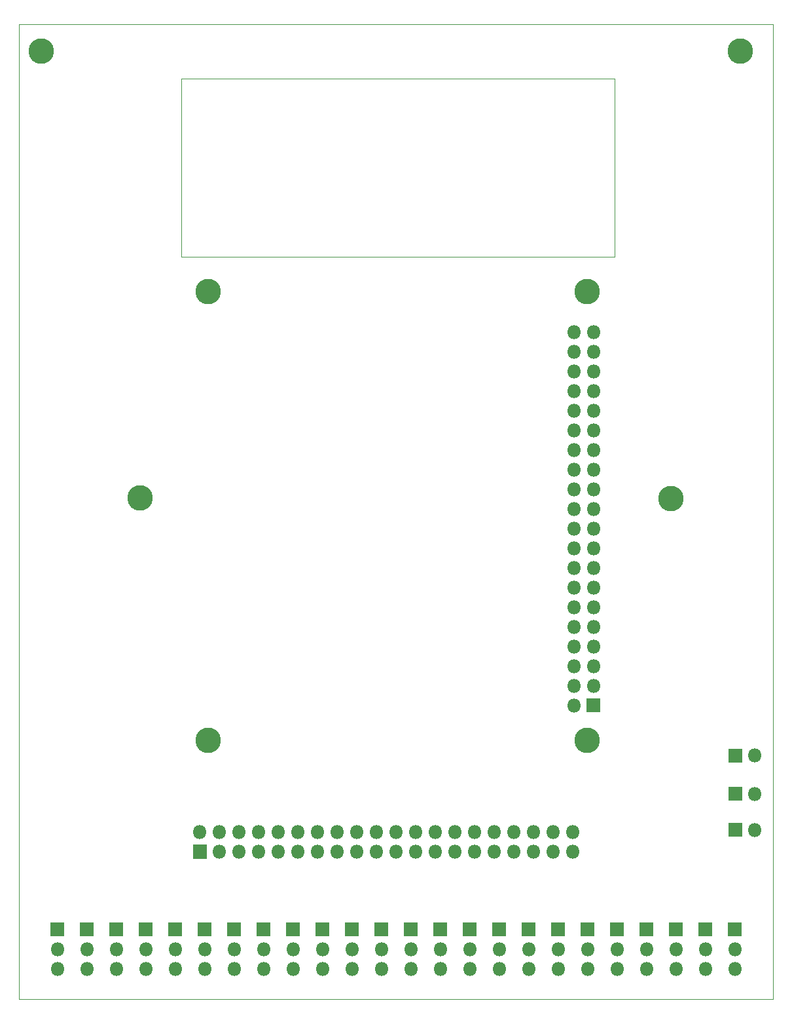
<source format=gts>
G04 #@! TF.GenerationSoftware,KiCad,Pcbnew,5.1.7-a382d34a8~88~ubuntu18.04.1*
G04 #@! TF.CreationDate,2021-11-24T17:02:52+01:00*
G04 #@! TF.ProjectId,DE10-LiteShield,44453130-2d4c-4697-9465-536869656c64,rev?*
G04 #@! TF.SameCoordinates,Original*
G04 #@! TF.FileFunction,Soldermask,Top*
G04 #@! TF.FilePolarity,Negative*
%FSLAX46Y46*%
G04 Gerber Fmt 4.6, Leading zero omitted, Abs format (unit mm)*
G04 Created by KiCad (PCBNEW 5.1.7-a382d34a8~88~ubuntu18.04.1) date 2021-11-24 17:02:52*
%MOMM*%
%LPD*%
G01*
G04 APERTURE LIST*
G04 #@! TA.AperFunction,Profile*
%ADD10C,0.050000*%
G04 #@! TD*
%ADD11C,3.302000*%
%ADD12O,1.802000X1.802000*%
G04 APERTURE END LIST*
D10*
X103000000Y-40000000D02*
X103000000Y-103600000D01*
X103000000Y-40000000D02*
X200500000Y-40000000D01*
X200500000Y-150000000D02*
X200500000Y-166000000D01*
X103000000Y-150000000D02*
X103000000Y-166000000D01*
X103000000Y-135000000D02*
X103000000Y-150000000D01*
X200500000Y-135000000D02*
X200500000Y-150000000D01*
X200500000Y-135000000D02*
X200500000Y-120000000D01*
X103000000Y-120000000D02*
X103000000Y-135000000D01*
X124000000Y-47000000D02*
X124000000Y-70000000D01*
X180000000Y-47000000D02*
X124000000Y-47000000D01*
X180000000Y-70000000D02*
X180000000Y-47000000D01*
X124000000Y-70000000D02*
X180000000Y-70000000D01*
X103000000Y-166000000D02*
X200500000Y-166000000D01*
X103000000Y-103600000D02*
X103000000Y-120000000D01*
X200500000Y-103600000D02*
X200500000Y-120000000D01*
X200500000Y-40000000D02*
X200500000Y-103600000D01*
X103000000Y-40000000D02*
X103000000Y-103600000D01*
X103000000Y-40000000D02*
X200500000Y-40000000D01*
X200500000Y-150000000D02*
X200500000Y-166000000D01*
X103000000Y-150000000D02*
X103000000Y-166000000D01*
X103000000Y-135000000D02*
X103000000Y-150000000D01*
X200500000Y-135000000D02*
X200500000Y-150000000D01*
X200500000Y-135000000D02*
X200500000Y-120000000D01*
X103000000Y-120000000D02*
X103000000Y-135000000D01*
X124000000Y-47000000D02*
X124000000Y-70000000D01*
X180000000Y-47000000D02*
X124000000Y-47000000D01*
X180000000Y-70000000D02*
X180000000Y-47000000D01*
X124000000Y-70000000D02*
X180000000Y-70000000D01*
X103000000Y-166000000D02*
X200500000Y-166000000D01*
X103000000Y-103600000D02*
X103000000Y-120000000D01*
X200500000Y-103600000D02*
X200500000Y-120000000D01*
X200500000Y-40000000D02*
X200500000Y-103600000D01*
D11*
X105910000Y-43430000D03*
X196330000Y-43420000D03*
X187300000Y-101260000D03*
X118660000Y-101190000D03*
X176500000Y-74500000D03*
X127500000Y-74500000D03*
X176500000Y-132500000D03*
X127500000Y-132500000D03*
D12*
X198196000Y-139430000D03*
G36*
G01*
X196506000Y-140331000D02*
X194806000Y-140331000D01*
G75*
G02*
X194755000Y-140280000I0J51000D01*
G01*
X194755000Y-138580000D01*
G75*
G02*
X194806000Y-138529000I51000J0D01*
G01*
X196506000Y-138529000D01*
G75*
G02*
X196557000Y-138580000I0J-51000D01*
G01*
X196557000Y-140280000D01*
G75*
G02*
X196506000Y-140331000I-51000J0D01*
G01*
G37*
X198196000Y-144080000D03*
G36*
G01*
X196506000Y-144981000D02*
X194806000Y-144981000D01*
G75*
G02*
X194755000Y-144930000I0J51000D01*
G01*
X194755000Y-143230000D01*
G75*
G02*
X194806000Y-143179000I51000J0D01*
G01*
X196506000Y-143179000D01*
G75*
G02*
X196557000Y-143230000I0J-51000D01*
G01*
X196557000Y-144930000D01*
G75*
G02*
X196506000Y-144981000I-51000J0D01*
G01*
G37*
X107950000Y-162052000D03*
X107950000Y-159512000D03*
G36*
G01*
X107049000Y-157822000D02*
X107049000Y-156122000D01*
G75*
G02*
X107100000Y-156071000I51000J0D01*
G01*
X108800000Y-156071000D01*
G75*
G02*
X108851000Y-156122000I0J-51000D01*
G01*
X108851000Y-157822000D01*
G75*
G02*
X108800000Y-157873000I-51000J0D01*
G01*
X107100000Y-157873000D01*
G75*
G02*
X107049000Y-157822000I0J51000D01*
G01*
G37*
X195580000Y-162052000D03*
X195580000Y-159512000D03*
G36*
G01*
X194679000Y-157822000D02*
X194679000Y-156122000D01*
G75*
G02*
X194730000Y-156071000I51000J0D01*
G01*
X196430000Y-156071000D01*
G75*
G02*
X196481000Y-156122000I0J-51000D01*
G01*
X196481000Y-157822000D01*
G75*
G02*
X196430000Y-157873000I-51000J0D01*
G01*
X194730000Y-157873000D01*
G75*
G02*
X194679000Y-157822000I0J51000D01*
G01*
G37*
X172720000Y-162052000D03*
X172720000Y-159512000D03*
G36*
G01*
X171819000Y-157822000D02*
X171819000Y-156122000D01*
G75*
G02*
X171870000Y-156071000I51000J0D01*
G01*
X173570000Y-156071000D01*
G75*
G02*
X173621000Y-156122000I0J-51000D01*
G01*
X173621000Y-157822000D01*
G75*
G02*
X173570000Y-157873000I-51000J0D01*
G01*
X171870000Y-157873000D01*
G75*
G02*
X171819000Y-157822000I0J51000D01*
G01*
G37*
X149860000Y-162052000D03*
X149860000Y-159512000D03*
G36*
G01*
X148959000Y-157822000D02*
X148959000Y-156122000D01*
G75*
G02*
X149010000Y-156071000I51000J0D01*
G01*
X150710000Y-156071000D01*
G75*
G02*
X150761000Y-156122000I0J-51000D01*
G01*
X150761000Y-157822000D01*
G75*
G02*
X150710000Y-157873000I-51000J0D01*
G01*
X149010000Y-157873000D01*
G75*
G02*
X148959000Y-157822000I0J51000D01*
G01*
G37*
X111760000Y-162052000D03*
X111760000Y-159512000D03*
G36*
G01*
X110859000Y-157822000D02*
X110859000Y-156122000D01*
G75*
G02*
X110910000Y-156071000I51000J0D01*
G01*
X112610000Y-156071000D01*
G75*
G02*
X112661000Y-156122000I0J-51000D01*
G01*
X112661000Y-157822000D01*
G75*
G02*
X112610000Y-157873000I-51000J0D01*
G01*
X110910000Y-157873000D01*
G75*
G02*
X110859000Y-157822000I0J51000D01*
G01*
G37*
X191770000Y-162052000D03*
X191770000Y-159512000D03*
G36*
G01*
X190869000Y-157822000D02*
X190869000Y-156122000D01*
G75*
G02*
X190920000Y-156071000I51000J0D01*
G01*
X192620000Y-156071000D01*
G75*
G02*
X192671000Y-156122000I0J-51000D01*
G01*
X192671000Y-157822000D01*
G75*
G02*
X192620000Y-157873000I-51000J0D01*
G01*
X190920000Y-157873000D01*
G75*
G02*
X190869000Y-157822000I0J51000D01*
G01*
G37*
X168910000Y-162052000D03*
X168910000Y-159512000D03*
G36*
G01*
X168009000Y-157822000D02*
X168009000Y-156122000D01*
G75*
G02*
X168060000Y-156071000I51000J0D01*
G01*
X169760000Y-156071000D01*
G75*
G02*
X169811000Y-156122000I0J-51000D01*
G01*
X169811000Y-157822000D01*
G75*
G02*
X169760000Y-157873000I-51000J0D01*
G01*
X168060000Y-157873000D01*
G75*
G02*
X168009000Y-157822000I0J51000D01*
G01*
G37*
X146050000Y-162052000D03*
X146050000Y-159512000D03*
G36*
G01*
X145149000Y-157822000D02*
X145149000Y-156122000D01*
G75*
G02*
X145200000Y-156071000I51000J0D01*
G01*
X146900000Y-156071000D01*
G75*
G02*
X146951000Y-156122000I0J-51000D01*
G01*
X146951000Y-157822000D01*
G75*
G02*
X146900000Y-157873000I-51000J0D01*
G01*
X145200000Y-157873000D01*
G75*
G02*
X145149000Y-157822000I0J51000D01*
G01*
G37*
X115570000Y-162052000D03*
X115570000Y-159512000D03*
G36*
G01*
X114669000Y-157822000D02*
X114669000Y-156122000D01*
G75*
G02*
X114720000Y-156071000I51000J0D01*
G01*
X116420000Y-156071000D01*
G75*
G02*
X116471000Y-156122000I0J-51000D01*
G01*
X116471000Y-157822000D01*
G75*
G02*
X116420000Y-157873000I-51000J0D01*
G01*
X114720000Y-157873000D01*
G75*
G02*
X114669000Y-157822000I0J51000D01*
G01*
G37*
X187960000Y-162052000D03*
X187960000Y-159512000D03*
G36*
G01*
X187059000Y-157822000D02*
X187059000Y-156122000D01*
G75*
G02*
X187110000Y-156071000I51000J0D01*
G01*
X188810000Y-156071000D01*
G75*
G02*
X188861000Y-156122000I0J-51000D01*
G01*
X188861000Y-157822000D01*
G75*
G02*
X188810000Y-157873000I-51000J0D01*
G01*
X187110000Y-157873000D01*
G75*
G02*
X187059000Y-157822000I0J51000D01*
G01*
G37*
X165100000Y-162052000D03*
X165100000Y-159512000D03*
G36*
G01*
X164199000Y-157822000D02*
X164199000Y-156122000D01*
G75*
G02*
X164250000Y-156071000I51000J0D01*
G01*
X165950000Y-156071000D01*
G75*
G02*
X166001000Y-156122000I0J-51000D01*
G01*
X166001000Y-157822000D01*
G75*
G02*
X165950000Y-157873000I-51000J0D01*
G01*
X164250000Y-157873000D01*
G75*
G02*
X164199000Y-157822000I0J51000D01*
G01*
G37*
X142240000Y-162052000D03*
X142240000Y-159512000D03*
G36*
G01*
X141339000Y-157822000D02*
X141339000Y-156122000D01*
G75*
G02*
X141390000Y-156071000I51000J0D01*
G01*
X143090000Y-156071000D01*
G75*
G02*
X143141000Y-156122000I0J-51000D01*
G01*
X143141000Y-157822000D01*
G75*
G02*
X143090000Y-157873000I-51000J0D01*
G01*
X141390000Y-157873000D01*
G75*
G02*
X141339000Y-157822000I0J51000D01*
G01*
G37*
X119380000Y-162052000D03*
X119380000Y-159512000D03*
G36*
G01*
X118479000Y-157822000D02*
X118479000Y-156122000D01*
G75*
G02*
X118530000Y-156071000I51000J0D01*
G01*
X120230000Y-156071000D01*
G75*
G02*
X120281000Y-156122000I0J-51000D01*
G01*
X120281000Y-157822000D01*
G75*
G02*
X120230000Y-157873000I-51000J0D01*
G01*
X118530000Y-157873000D01*
G75*
G02*
X118479000Y-157822000I0J51000D01*
G01*
G37*
X184150000Y-162052000D03*
X184150000Y-159512000D03*
G36*
G01*
X183249000Y-157822000D02*
X183249000Y-156122000D01*
G75*
G02*
X183300000Y-156071000I51000J0D01*
G01*
X185000000Y-156071000D01*
G75*
G02*
X185051000Y-156122000I0J-51000D01*
G01*
X185051000Y-157822000D01*
G75*
G02*
X185000000Y-157873000I-51000J0D01*
G01*
X183300000Y-157873000D01*
G75*
G02*
X183249000Y-157822000I0J51000D01*
G01*
G37*
X161290000Y-162052000D03*
X161290000Y-159512000D03*
G36*
G01*
X160389000Y-157822000D02*
X160389000Y-156122000D01*
G75*
G02*
X160440000Y-156071000I51000J0D01*
G01*
X162140000Y-156071000D01*
G75*
G02*
X162191000Y-156122000I0J-51000D01*
G01*
X162191000Y-157822000D01*
G75*
G02*
X162140000Y-157873000I-51000J0D01*
G01*
X160440000Y-157873000D01*
G75*
G02*
X160389000Y-157822000I0J51000D01*
G01*
G37*
X138430000Y-162052000D03*
X138430000Y-159512000D03*
G36*
G01*
X137529000Y-157822000D02*
X137529000Y-156122000D01*
G75*
G02*
X137580000Y-156071000I51000J0D01*
G01*
X139280000Y-156071000D01*
G75*
G02*
X139331000Y-156122000I0J-51000D01*
G01*
X139331000Y-157822000D01*
G75*
G02*
X139280000Y-157873000I-51000J0D01*
G01*
X137580000Y-157873000D01*
G75*
G02*
X137529000Y-157822000I0J51000D01*
G01*
G37*
X123190000Y-162052000D03*
X123190000Y-159512000D03*
G36*
G01*
X122289000Y-157822000D02*
X122289000Y-156122000D01*
G75*
G02*
X122340000Y-156071000I51000J0D01*
G01*
X124040000Y-156071000D01*
G75*
G02*
X124091000Y-156122000I0J-51000D01*
G01*
X124091000Y-157822000D01*
G75*
G02*
X124040000Y-157873000I-51000J0D01*
G01*
X122340000Y-157873000D01*
G75*
G02*
X122289000Y-157822000I0J51000D01*
G01*
G37*
X180340000Y-162052000D03*
X180340000Y-159512000D03*
G36*
G01*
X179439000Y-157822000D02*
X179439000Y-156122000D01*
G75*
G02*
X179490000Y-156071000I51000J0D01*
G01*
X181190000Y-156071000D01*
G75*
G02*
X181241000Y-156122000I0J-51000D01*
G01*
X181241000Y-157822000D01*
G75*
G02*
X181190000Y-157873000I-51000J0D01*
G01*
X179490000Y-157873000D01*
G75*
G02*
X179439000Y-157822000I0J51000D01*
G01*
G37*
X157480000Y-162052000D03*
X157480000Y-159512000D03*
G36*
G01*
X156579000Y-157822000D02*
X156579000Y-156122000D01*
G75*
G02*
X156630000Y-156071000I51000J0D01*
G01*
X158330000Y-156071000D01*
G75*
G02*
X158381000Y-156122000I0J-51000D01*
G01*
X158381000Y-157822000D01*
G75*
G02*
X158330000Y-157873000I-51000J0D01*
G01*
X156630000Y-157873000D01*
G75*
G02*
X156579000Y-157822000I0J51000D01*
G01*
G37*
X134620000Y-162052000D03*
X134620000Y-159512000D03*
G36*
G01*
X133719000Y-157822000D02*
X133719000Y-156122000D01*
G75*
G02*
X133770000Y-156071000I51000J0D01*
G01*
X135470000Y-156071000D01*
G75*
G02*
X135521000Y-156122000I0J-51000D01*
G01*
X135521000Y-157822000D01*
G75*
G02*
X135470000Y-157873000I-51000J0D01*
G01*
X133770000Y-157873000D01*
G75*
G02*
X133719000Y-157822000I0J51000D01*
G01*
G37*
X127000000Y-162052000D03*
X127000000Y-159512000D03*
G36*
G01*
X126099000Y-157822000D02*
X126099000Y-156122000D01*
G75*
G02*
X126150000Y-156071000I51000J0D01*
G01*
X127850000Y-156071000D01*
G75*
G02*
X127901000Y-156122000I0J-51000D01*
G01*
X127901000Y-157822000D01*
G75*
G02*
X127850000Y-157873000I-51000J0D01*
G01*
X126150000Y-157873000D01*
G75*
G02*
X126099000Y-157822000I0J51000D01*
G01*
G37*
X176530000Y-162052000D03*
X176530000Y-159512000D03*
G36*
G01*
X175629000Y-157822000D02*
X175629000Y-156122000D01*
G75*
G02*
X175680000Y-156071000I51000J0D01*
G01*
X177380000Y-156071000D01*
G75*
G02*
X177431000Y-156122000I0J-51000D01*
G01*
X177431000Y-157822000D01*
G75*
G02*
X177380000Y-157873000I-51000J0D01*
G01*
X175680000Y-157873000D01*
G75*
G02*
X175629000Y-157822000I0J51000D01*
G01*
G37*
X153670000Y-162052000D03*
X153670000Y-159512000D03*
G36*
G01*
X152769000Y-157822000D02*
X152769000Y-156122000D01*
G75*
G02*
X152820000Y-156071000I51000J0D01*
G01*
X154520000Y-156071000D01*
G75*
G02*
X154571000Y-156122000I0J-51000D01*
G01*
X154571000Y-157822000D01*
G75*
G02*
X154520000Y-157873000I-51000J0D01*
G01*
X152820000Y-157873000D01*
G75*
G02*
X152769000Y-157822000I0J51000D01*
G01*
G37*
X130810000Y-162052000D03*
X130810000Y-159512000D03*
G36*
G01*
X129909000Y-157822000D02*
X129909000Y-156122000D01*
G75*
G02*
X129960000Y-156071000I51000J0D01*
G01*
X131660000Y-156071000D01*
G75*
G02*
X131711000Y-156122000I0J-51000D01*
G01*
X131711000Y-157822000D01*
G75*
G02*
X131660000Y-157873000I-51000J0D01*
G01*
X129960000Y-157873000D01*
G75*
G02*
X129909000Y-157822000I0J51000D01*
G01*
G37*
X174660000Y-144360000D03*
X174660000Y-146900000D03*
X172120000Y-144360000D03*
X172120000Y-146900000D03*
X169580000Y-144360000D03*
X169580000Y-146900000D03*
X167040000Y-144360000D03*
X167040000Y-146900000D03*
X164500000Y-144360000D03*
X164500000Y-146900000D03*
X161960000Y-144360000D03*
X161960000Y-146900000D03*
X159420000Y-144360000D03*
X159420000Y-146900000D03*
X156880000Y-144360000D03*
X156880000Y-146900000D03*
X154340000Y-144360000D03*
X154340000Y-146900000D03*
X151800000Y-144360000D03*
X151800000Y-146900000D03*
X149260000Y-144360000D03*
X149260000Y-146900000D03*
X146720000Y-144360000D03*
X146720000Y-146900000D03*
X144180000Y-144360000D03*
X144180000Y-146900000D03*
X141640000Y-144360000D03*
X141640000Y-146900000D03*
X139100000Y-144360000D03*
X139100000Y-146900000D03*
X136560000Y-144360000D03*
X136560000Y-146900000D03*
X134020000Y-144360000D03*
X134020000Y-146900000D03*
X131480000Y-144360000D03*
X131480000Y-146900000D03*
X128940000Y-144360000D03*
X128940000Y-146900000D03*
X126400000Y-144360000D03*
G36*
G01*
X127250000Y-147801000D02*
X125550000Y-147801000D01*
G75*
G02*
X125499000Y-147750000I0J51000D01*
G01*
X125499000Y-146050000D01*
G75*
G02*
X125550000Y-145999000I51000J0D01*
G01*
X127250000Y-145999000D01*
G75*
G02*
X127301000Y-146050000I0J-51000D01*
G01*
X127301000Y-147750000D01*
G75*
G02*
X127250000Y-147801000I-51000J0D01*
G01*
G37*
X174760000Y-79740000D03*
X177300000Y-79740000D03*
X174760000Y-82280000D03*
X177300000Y-82280000D03*
X174760000Y-84820000D03*
X177300000Y-84820000D03*
X174760000Y-87360000D03*
X177300000Y-87360000D03*
X174760000Y-89900000D03*
X177300000Y-89900000D03*
X174760000Y-92440000D03*
X177300000Y-92440000D03*
X174760000Y-94980000D03*
X177300000Y-94980000D03*
X174760000Y-97520000D03*
X177300000Y-97520000D03*
X174760000Y-100060000D03*
X177300000Y-100060000D03*
X174760000Y-102600000D03*
X177300000Y-102600000D03*
X174760000Y-105140000D03*
X177300000Y-105140000D03*
X174760000Y-107680000D03*
X177300000Y-107680000D03*
X174760000Y-110220000D03*
X177300000Y-110220000D03*
X174760000Y-112760000D03*
X177300000Y-112760000D03*
X174760000Y-115300000D03*
X177300000Y-115300000D03*
X174760000Y-117840000D03*
X177300000Y-117840000D03*
X174760000Y-120380000D03*
X177300000Y-120380000D03*
X174760000Y-122920000D03*
X177300000Y-122920000D03*
X174760000Y-125460000D03*
X177300000Y-125460000D03*
X174760000Y-128000000D03*
G36*
G01*
X178201000Y-127150000D02*
X178201000Y-128850000D01*
G75*
G02*
X178150000Y-128901000I-51000J0D01*
G01*
X176450000Y-128901000D01*
G75*
G02*
X176399000Y-128850000I0J51000D01*
G01*
X176399000Y-127150000D01*
G75*
G02*
X176450000Y-127099000I51000J0D01*
G01*
X178150000Y-127099000D01*
G75*
G02*
X178201000Y-127150000I0J-51000D01*
G01*
G37*
X198196000Y-134480000D03*
G36*
G01*
X196506000Y-135381000D02*
X194806000Y-135381000D01*
G75*
G02*
X194755000Y-135330000I0J51000D01*
G01*
X194755000Y-133630000D01*
G75*
G02*
X194806000Y-133579000I51000J0D01*
G01*
X196506000Y-133579000D01*
G75*
G02*
X196557000Y-133630000I0J-51000D01*
G01*
X196557000Y-135330000D01*
G75*
G02*
X196506000Y-135381000I-51000J0D01*
G01*
G37*
M02*

</source>
